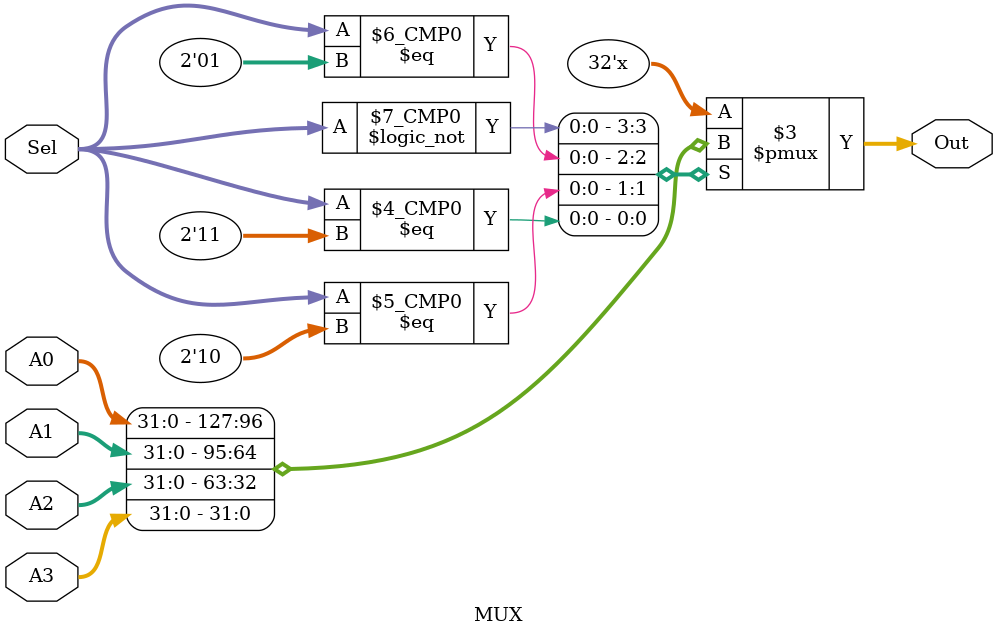
<source format=v>
`ifndef __MUX_V__
`define __MUX_V__

module MUX (
	input wire [31:0] A0,
	input wire [31:0] A1,
	input wire [31:0] A2,
	input wire [31:0] A3,
	input wire [1:0] Sel,
	output reg [31:0] Out
	);

	initial
	begin
		Out = 32'b0;
	end

	always @ (*)
	begin
		case (Sel)
			2'b00: Out <= A0;
			2'b01: Out <= A1;
			2'b10: Out <= A2;
			2'b11: Out <= A3;
		endcase
	end

endmodule

`endif /*__MUX_V__*/

</source>
